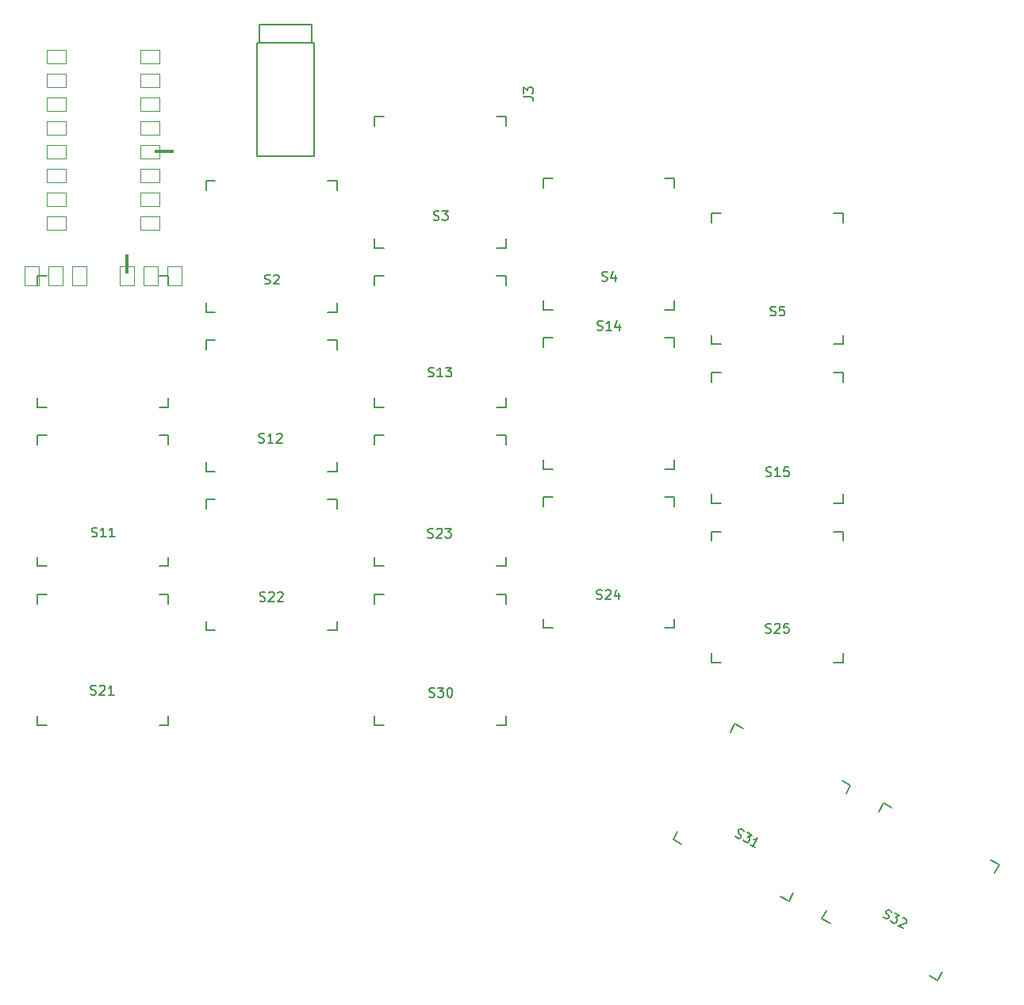
<source format=gbr>
%TF.GenerationSoftware,KiCad,Pcbnew,7.0.6*%
%TF.CreationDate,2023-11-22T12:36:20+08:00*%
%TF.ProjectId,tenten,74656e74-656e-42e6-9b69-6361645f7063,rev?*%
%TF.SameCoordinates,Original*%
%TF.FileFunction,Legend,Top*%
%TF.FilePolarity,Positive*%
%FSLAX46Y46*%
G04 Gerber Fmt 4.6, Leading zero omitted, Abs format (unit mm)*
G04 Created by KiCad (PCBNEW 7.0.6) date 2023-11-22 12:36:20*
%MOMM*%
%LPD*%
G01*
G04 APERTURE LIST*
%ADD10C,0.150000*%
%ADD11C,0.050000*%
%ADD12R,0.300000X2.000000*%
%ADD13R,2.000000X0.300000*%
G04 APERTURE END LIST*
D10*
X71151905Y-106630000D02*
X71294762Y-106677619D01*
X71294762Y-106677619D02*
X71532857Y-106677619D01*
X71532857Y-106677619D02*
X71628095Y-106630000D01*
X71628095Y-106630000D02*
X71675714Y-106582380D01*
X71675714Y-106582380D02*
X71723333Y-106487142D01*
X71723333Y-106487142D02*
X71723333Y-106391904D01*
X71723333Y-106391904D02*
X71675714Y-106296666D01*
X71675714Y-106296666D02*
X71628095Y-106249047D01*
X71628095Y-106249047D02*
X71532857Y-106201428D01*
X71532857Y-106201428D02*
X71342381Y-106153809D01*
X71342381Y-106153809D02*
X71247143Y-106106190D01*
X71247143Y-106106190D02*
X71199524Y-106058571D01*
X71199524Y-106058571D02*
X71151905Y-105963333D01*
X71151905Y-105963333D02*
X71151905Y-105868095D01*
X71151905Y-105868095D02*
X71199524Y-105772857D01*
X71199524Y-105772857D02*
X71247143Y-105725238D01*
X71247143Y-105725238D02*
X71342381Y-105677619D01*
X71342381Y-105677619D02*
X71580476Y-105677619D01*
X71580476Y-105677619D02*
X71723333Y-105725238D01*
X72104286Y-105772857D02*
X72151905Y-105725238D01*
X72151905Y-105725238D02*
X72247143Y-105677619D01*
X72247143Y-105677619D02*
X72485238Y-105677619D01*
X72485238Y-105677619D02*
X72580476Y-105725238D01*
X72580476Y-105725238D02*
X72628095Y-105772857D01*
X72628095Y-105772857D02*
X72675714Y-105868095D01*
X72675714Y-105868095D02*
X72675714Y-105963333D01*
X72675714Y-105963333D02*
X72628095Y-106106190D01*
X72628095Y-106106190D02*
X72056667Y-106677619D01*
X72056667Y-106677619D02*
X72675714Y-106677619D01*
X73628095Y-106677619D02*
X73056667Y-106677619D01*
X73342381Y-106677619D02*
X73342381Y-105677619D01*
X73342381Y-105677619D02*
X73247143Y-105820476D01*
X73247143Y-105820476D02*
X73151905Y-105915714D01*
X73151905Y-105915714D02*
X73056667Y-105963333D01*
X89738295Y-62764200D02*
X89881152Y-62811819D01*
X89881152Y-62811819D02*
X90119247Y-62811819D01*
X90119247Y-62811819D02*
X90214485Y-62764200D01*
X90214485Y-62764200D02*
X90262104Y-62716580D01*
X90262104Y-62716580D02*
X90309723Y-62621342D01*
X90309723Y-62621342D02*
X90309723Y-62526104D01*
X90309723Y-62526104D02*
X90262104Y-62430866D01*
X90262104Y-62430866D02*
X90214485Y-62383247D01*
X90214485Y-62383247D02*
X90119247Y-62335628D01*
X90119247Y-62335628D02*
X89928771Y-62288009D01*
X89928771Y-62288009D02*
X89833533Y-62240390D01*
X89833533Y-62240390D02*
X89785914Y-62192771D01*
X89785914Y-62192771D02*
X89738295Y-62097533D01*
X89738295Y-62097533D02*
X89738295Y-62002295D01*
X89738295Y-62002295D02*
X89785914Y-61907057D01*
X89785914Y-61907057D02*
X89833533Y-61859438D01*
X89833533Y-61859438D02*
X89928771Y-61811819D01*
X89928771Y-61811819D02*
X90166866Y-61811819D01*
X90166866Y-61811819D02*
X90309723Y-61859438D01*
X90690676Y-61907057D02*
X90738295Y-61859438D01*
X90738295Y-61859438D02*
X90833533Y-61811819D01*
X90833533Y-61811819D02*
X91071628Y-61811819D01*
X91071628Y-61811819D02*
X91166866Y-61859438D01*
X91166866Y-61859438D02*
X91214485Y-61907057D01*
X91214485Y-61907057D02*
X91262104Y-62002295D01*
X91262104Y-62002295D02*
X91262104Y-62097533D01*
X91262104Y-62097533D02*
X91214485Y-62240390D01*
X91214485Y-62240390D02*
X90643057Y-62811819D01*
X90643057Y-62811819D02*
X91262104Y-62811819D01*
X117384619Y-42802133D02*
X118098904Y-42802133D01*
X118098904Y-42802133D02*
X118241761Y-42849752D01*
X118241761Y-42849752D02*
X118337000Y-42944990D01*
X118337000Y-42944990D02*
X118384619Y-43087847D01*
X118384619Y-43087847D02*
X118384619Y-43183085D01*
X117384619Y-42421180D02*
X117384619Y-41802133D01*
X117384619Y-41802133D02*
X117765571Y-42135466D01*
X117765571Y-42135466D02*
X117765571Y-41992609D01*
X117765571Y-41992609D02*
X117813190Y-41897371D01*
X117813190Y-41897371D02*
X117860809Y-41849752D01*
X117860809Y-41849752D02*
X117956047Y-41802133D01*
X117956047Y-41802133D02*
X118194142Y-41802133D01*
X118194142Y-41802133D02*
X118289380Y-41849752D01*
X118289380Y-41849752D02*
X118337000Y-41897371D01*
X118337000Y-41897371D02*
X118384619Y-41992609D01*
X118384619Y-41992609D02*
X118384619Y-42278323D01*
X118384619Y-42278323D02*
X118337000Y-42373561D01*
X118337000Y-42373561D02*
X118289380Y-42421180D01*
X89211305Y-96647800D02*
X89354162Y-96695419D01*
X89354162Y-96695419D02*
X89592257Y-96695419D01*
X89592257Y-96695419D02*
X89687495Y-96647800D01*
X89687495Y-96647800D02*
X89735114Y-96600180D01*
X89735114Y-96600180D02*
X89782733Y-96504942D01*
X89782733Y-96504942D02*
X89782733Y-96409704D01*
X89782733Y-96409704D02*
X89735114Y-96314466D01*
X89735114Y-96314466D02*
X89687495Y-96266847D01*
X89687495Y-96266847D02*
X89592257Y-96219228D01*
X89592257Y-96219228D02*
X89401781Y-96171609D01*
X89401781Y-96171609D02*
X89306543Y-96123990D01*
X89306543Y-96123990D02*
X89258924Y-96076371D01*
X89258924Y-96076371D02*
X89211305Y-95981133D01*
X89211305Y-95981133D02*
X89211305Y-95885895D01*
X89211305Y-95885895D02*
X89258924Y-95790657D01*
X89258924Y-95790657D02*
X89306543Y-95743038D01*
X89306543Y-95743038D02*
X89401781Y-95695419D01*
X89401781Y-95695419D02*
X89639876Y-95695419D01*
X89639876Y-95695419D02*
X89782733Y-95743038D01*
X90163686Y-95790657D02*
X90211305Y-95743038D01*
X90211305Y-95743038D02*
X90306543Y-95695419D01*
X90306543Y-95695419D02*
X90544638Y-95695419D01*
X90544638Y-95695419D02*
X90639876Y-95743038D01*
X90639876Y-95743038D02*
X90687495Y-95790657D01*
X90687495Y-95790657D02*
X90735114Y-95885895D01*
X90735114Y-95885895D02*
X90735114Y-95981133D01*
X90735114Y-95981133D02*
X90687495Y-96123990D01*
X90687495Y-96123990D02*
X90116067Y-96695419D01*
X90116067Y-96695419D02*
X90735114Y-96695419D01*
X91116067Y-95790657D02*
X91163686Y-95743038D01*
X91163686Y-95743038D02*
X91258924Y-95695419D01*
X91258924Y-95695419D02*
X91497019Y-95695419D01*
X91497019Y-95695419D02*
X91592257Y-95743038D01*
X91592257Y-95743038D02*
X91639876Y-95790657D01*
X91639876Y-95790657D02*
X91687495Y-95885895D01*
X91687495Y-95885895D02*
X91687495Y-95981133D01*
X91687495Y-95981133D02*
X91639876Y-96123990D01*
X91639876Y-96123990D02*
X91068448Y-96695419D01*
X91068448Y-96695419D02*
X91687495Y-96695419D01*
X125219829Y-67697057D02*
X125362686Y-67744676D01*
X125362686Y-67744676D02*
X125600781Y-67744676D01*
X125600781Y-67744676D02*
X125696019Y-67697057D01*
X125696019Y-67697057D02*
X125743638Y-67649437D01*
X125743638Y-67649437D02*
X125791257Y-67554199D01*
X125791257Y-67554199D02*
X125791257Y-67458961D01*
X125791257Y-67458961D02*
X125743638Y-67363723D01*
X125743638Y-67363723D02*
X125696019Y-67316104D01*
X125696019Y-67316104D02*
X125600781Y-67268485D01*
X125600781Y-67268485D02*
X125410305Y-67220866D01*
X125410305Y-67220866D02*
X125315067Y-67173247D01*
X125315067Y-67173247D02*
X125267448Y-67125628D01*
X125267448Y-67125628D02*
X125219829Y-67030390D01*
X125219829Y-67030390D02*
X125219829Y-66935152D01*
X125219829Y-66935152D02*
X125267448Y-66839914D01*
X125267448Y-66839914D02*
X125315067Y-66792295D01*
X125315067Y-66792295D02*
X125410305Y-66744676D01*
X125410305Y-66744676D02*
X125648400Y-66744676D01*
X125648400Y-66744676D02*
X125791257Y-66792295D01*
X126743638Y-67744676D02*
X126172210Y-67744676D01*
X126457924Y-67744676D02*
X126457924Y-66744676D01*
X126457924Y-66744676D02*
X126362686Y-66887533D01*
X126362686Y-66887533D02*
X126267448Y-66982771D01*
X126267448Y-66982771D02*
X126172210Y-67030390D01*
X127600781Y-67078009D02*
X127600781Y-67744676D01*
X127362686Y-66697057D02*
X127124591Y-67411342D01*
X127124591Y-67411342D02*
X127743638Y-67411342D01*
X143211705Y-100026000D02*
X143354562Y-100073619D01*
X143354562Y-100073619D02*
X143592657Y-100073619D01*
X143592657Y-100073619D02*
X143687895Y-100026000D01*
X143687895Y-100026000D02*
X143735514Y-99978380D01*
X143735514Y-99978380D02*
X143783133Y-99883142D01*
X143783133Y-99883142D02*
X143783133Y-99787904D01*
X143783133Y-99787904D02*
X143735514Y-99692666D01*
X143735514Y-99692666D02*
X143687895Y-99645047D01*
X143687895Y-99645047D02*
X143592657Y-99597428D01*
X143592657Y-99597428D02*
X143402181Y-99549809D01*
X143402181Y-99549809D02*
X143306943Y-99502190D01*
X143306943Y-99502190D02*
X143259324Y-99454571D01*
X143259324Y-99454571D02*
X143211705Y-99359333D01*
X143211705Y-99359333D02*
X143211705Y-99264095D01*
X143211705Y-99264095D02*
X143259324Y-99168857D01*
X143259324Y-99168857D02*
X143306943Y-99121238D01*
X143306943Y-99121238D02*
X143402181Y-99073619D01*
X143402181Y-99073619D02*
X143640276Y-99073619D01*
X143640276Y-99073619D02*
X143783133Y-99121238D01*
X144164086Y-99168857D02*
X144211705Y-99121238D01*
X144211705Y-99121238D02*
X144306943Y-99073619D01*
X144306943Y-99073619D02*
X144545038Y-99073619D01*
X144545038Y-99073619D02*
X144640276Y-99121238D01*
X144640276Y-99121238D02*
X144687895Y-99168857D01*
X144687895Y-99168857D02*
X144735514Y-99264095D01*
X144735514Y-99264095D02*
X144735514Y-99359333D01*
X144735514Y-99359333D02*
X144687895Y-99502190D01*
X144687895Y-99502190D02*
X144116467Y-100073619D01*
X144116467Y-100073619D02*
X144735514Y-100073619D01*
X145640276Y-99073619D02*
X145164086Y-99073619D01*
X145164086Y-99073619D02*
X145116467Y-99549809D01*
X145116467Y-99549809D02*
X145164086Y-99502190D01*
X145164086Y-99502190D02*
X145259324Y-99454571D01*
X145259324Y-99454571D02*
X145497419Y-99454571D01*
X145497419Y-99454571D02*
X145592657Y-99502190D01*
X145592657Y-99502190D02*
X145640276Y-99549809D01*
X145640276Y-99549809D02*
X145687895Y-99645047D01*
X145687895Y-99645047D02*
X145687895Y-99883142D01*
X145687895Y-99883142D02*
X145640276Y-99978380D01*
X145640276Y-99978380D02*
X145592657Y-100026000D01*
X145592657Y-100026000D02*
X145497419Y-100073619D01*
X145497419Y-100073619D02*
X145259324Y-100073619D01*
X145259324Y-100073619D02*
X145164086Y-100026000D01*
X145164086Y-100026000D02*
X145116467Y-99978380D01*
X107143705Y-89866000D02*
X107286562Y-89913619D01*
X107286562Y-89913619D02*
X107524657Y-89913619D01*
X107524657Y-89913619D02*
X107619895Y-89866000D01*
X107619895Y-89866000D02*
X107667514Y-89818380D01*
X107667514Y-89818380D02*
X107715133Y-89723142D01*
X107715133Y-89723142D02*
X107715133Y-89627904D01*
X107715133Y-89627904D02*
X107667514Y-89532666D01*
X107667514Y-89532666D02*
X107619895Y-89485047D01*
X107619895Y-89485047D02*
X107524657Y-89437428D01*
X107524657Y-89437428D02*
X107334181Y-89389809D01*
X107334181Y-89389809D02*
X107238943Y-89342190D01*
X107238943Y-89342190D02*
X107191324Y-89294571D01*
X107191324Y-89294571D02*
X107143705Y-89199333D01*
X107143705Y-89199333D02*
X107143705Y-89104095D01*
X107143705Y-89104095D02*
X107191324Y-89008857D01*
X107191324Y-89008857D02*
X107238943Y-88961238D01*
X107238943Y-88961238D02*
X107334181Y-88913619D01*
X107334181Y-88913619D02*
X107572276Y-88913619D01*
X107572276Y-88913619D02*
X107715133Y-88961238D01*
X108096086Y-89008857D02*
X108143705Y-88961238D01*
X108143705Y-88961238D02*
X108238943Y-88913619D01*
X108238943Y-88913619D02*
X108477038Y-88913619D01*
X108477038Y-88913619D02*
X108572276Y-88961238D01*
X108572276Y-88961238D02*
X108619895Y-89008857D01*
X108619895Y-89008857D02*
X108667514Y-89104095D01*
X108667514Y-89104095D02*
X108667514Y-89199333D01*
X108667514Y-89199333D02*
X108619895Y-89342190D01*
X108619895Y-89342190D02*
X108048467Y-89913619D01*
X108048467Y-89913619D02*
X108667514Y-89913619D01*
X109000848Y-88913619D02*
X109619895Y-88913619D01*
X109619895Y-88913619D02*
X109286562Y-89294571D01*
X109286562Y-89294571D02*
X109429419Y-89294571D01*
X109429419Y-89294571D02*
X109524657Y-89342190D01*
X109524657Y-89342190D02*
X109572276Y-89389809D01*
X109572276Y-89389809D02*
X109619895Y-89485047D01*
X109619895Y-89485047D02*
X109619895Y-89723142D01*
X109619895Y-89723142D02*
X109572276Y-89818380D01*
X109572276Y-89818380D02*
X109524657Y-89866000D01*
X109524657Y-89866000D02*
X109429419Y-89913619D01*
X109429419Y-89913619D02*
X109143705Y-89913619D01*
X109143705Y-89913619D02*
X109048467Y-89866000D01*
X109048467Y-89866000D02*
X109000848Y-89818380D01*
X107194505Y-72670200D02*
X107337362Y-72717819D01*
X107337362Y-72717819D02*
X107575457Y-72717819D01*
X107575457Y-72717819D02*
X107670695Y-72670200D01*
X107670695Y-72670200D02*
X107718314Y-72622580D01*
X107718314Y-72622580D02*
X107765933Y-72527342D01*
X107765933Y-72527342D02*
X107765933Y-72432104D01*
X107765933Y-72432104D02*
X107718314Y-72336866D01*
X107718314Y-72336866D02*
X107670695Y-72289247D01*
X107670695Y-72289247D02*
X107575457Y-72241628D01*
X107575457Y-72241628D02*
X107384981Y-72194009D01*
X107384981Y-72194009D02*
X107289743Y-72146390D01*
X107289743Y-72146390D02*
X107242124Y-72098771D01*
X107242124Y-72098771D02*
X107194505Y-72003533D01*
X107194505Y-72003533D02*
X107194505Y-71908295D01*
X107194505Y-71908295D02*
X107242124Y-71813057D01*
X107242124Y-71813057D02*
X107289743Y-71765438D01*
X107289743Y-71765438D02*
X107384981Y-71717819D01*
X107384981Y-71717819D02*
X107623076Y-71717819D01*
X107623076Y-71717819D02*
X107765933Y-71765438D01*
X108718314Y-72717819D02*
X108146886Y-72717819D01*
X108432600Y-72717819D02*
X108432600Y-71717819D01*
X108432600Y-71717819D02*
X108337362Y-71860676D01*
X108337362Y-71860676D02*
X108242124Y-71955914D01*
X108242124Y-71955914D02*
X108146886Y-72003533D01*
X109051648Y-71717819D02*
X109670695Y-71717819D01*
X109670695Y-71717819D02*
X109337362Y-72098771D01*
X109337362Y-72098771D02*
X109480219Y-72098771D01*
X109480219Y-72098771D02*
X109575457Y-72146390D01*
X109575457Y-72146390D02*
X109623076Y-72194009D01*
X109623076Y-72194009D02*
X109670695Y-72289247D01*
X109670695Y-72289247D02*
X109670695Y-72527342D01*
X109670695Y-72527342D02*
X109623076Y-72622580D01*
X109623076Y-72622580D02*
X109575457Y-72670200D01*
X109575457Y-72670200D02*
X109480219Y-72717819D01*
X109480219Y-72717819D02*
X109194505Y-72717819D01*
X109194505Y-72717819D02*
X109099267Y-72670200D01*
X109099267Y-72670200D02*
X109051648Y-72622580D01*
X155729846Y-130402591D02*
X155833625Y-130511704D01*
X155833625Y-130511704D02*
X156043851Y-130623483D01*
X156043851Y-130623483D02*
X156150297Y-130626149D01*
X156150297Y-130626149D02*
X156214698Y-130606460D01*
X156214698Y-130606460D02*
X156301455Y-130544726D01*
X156301455Y-130544726D02*
X156346166Y-130460635D01*
X156346166Y-130460635D02*
X156348833Y-130354189D01*
X156348833Y-130354189D02*
X156329143Y-130289788D01*
X156329143Y-130289788D02*
X156267409Y-130203032D01*
X156267409Y-130203032D02*
X156121584Y-130071563D01*
X156121584Y-130071563D02*
X156059850Y-129984807D01*
X156059850Y-129984807D02*
X156040160Y-129920406D01*
X156040160Y-129920406D02*
X156042827Y-129813960D01*
X156042827Y-129813960D02*
X156087538Y-129729869D01*
X156087538Y-129729869D02*
X156174295Y-129668135D01*
X156174295Y-129668135D02*
X156238696Y-129648446D01*
X156238696Y-129648446D02*
X156345142Y-129651112D01*
X156345142Y-129651112D02*
X156555368Y-129762891D01*
X156555368Y-129762891D02*
X156659147Y-129872004D01*
X156975819Y-129986449D02*
X157522406Y-130277074D01*
X157522406Y-130277074D02*
X157049243Y-130456945D01*
X157049243Y-130456945D02*
X157175379Y-130524012D01*
X157175379Y-130524012D02*
X157237113Y-130610769D01*
X157237113Y-130610769D02*
X157256803Y-130675170D01*
X157256803Y-130675170D02*
X157254136Y-130781616D01*
X157254136Y-130781616D02*
X157142357Y-130991841D01*
X157142357Y-130991841D02*
X157055601Y-131053576D01*
X157055601Y-131053576D02*
X156991200Y-131073265D01*
X156991200Y-131073265D02*
X156884754Y-131070599D01*
X156884754Y-131070599D02*
X156632483Y-130936464D01*
X156632483Y-130936464D02*
X156570748Y-130849707D01*
X156570748Y-130849707D02*
X156551059Y-130785306D01*
X157814055Y-130540011D02*
X157878456Y-130520321D01*
X157878456Y-130520321D02*
X157984902Y-130522988D01*
X157984902Y-130522988D02*
X158195128Y-130634767D01*
X158195128Y-130634767D02*
X158256862Y-130721524D01*
X158256862Y-130721524D02*
X158276551Y-130785925D01*
X158276551Y-130785925D02*
X158273885Y-130892371D01*
X158273885Y-130892371D02*
X158229173Y-130976461D01*
X158229173Y-130976461D02*
X158120061Y-131080240D01*
X158120061Y-131080240D02*
X157347250Y-131316512D01*
X157347250Y-131316512D02*
X157893837Y-131607138D01*
X143237105Y-83312800D02*
X143379962Y-83360419D01*
X143379962Y-83360419D02*
X143618057Y-83360419D01*
X143618057Y-83360419D02*
X143713295Y-83312800D01*
X143713295Y-83312800D02*
X143760914Y-83265180D01*
X143760914Y-83265180D02*
X143808533Y-83169942D01*
X143808533Y-83169942D02*
X143808533Y-83074704D01*
X143808533Y-83074704D02*
X143760914Y-82979466D01*
X143760914Y-82979466D02*
X143713295Y-82931847D01*
X143713295Y-82931847D02*
X143618057Y-82884228D01*
X143618057Y-82884228D02*
X143427581Y-82836609D01*
X143427581Y-82836609D02*
X143332343Y-82788990D01*
X143332343Y-82788990D02*
X143284724Y-82741371D01*
X143284724Y-82741371D02*
X143237105Y-82646133D01*
X143237105Y-82646133D02*
X143237105Y-82550895D01*
X143237105Y-82550895D02*
X143284724Y-82455657D01*
X143284724Y-82455657D02*
X143332343Y-82408038D01*
X143332343Y-82408038D02*
X143427581Y-82360419D01*
X143427581Y-82360419D02*
X143665676Y-82360419D01*
X143665676Y-82360419D02*
X143808533Y-82408038D01*
X144760914Y-83360419D02*
X144189486Y-83360419D01*
X144475200Y-83360419D02*
X144475200Y-82360419D01*
X144475200Y-82360419D02*
X144379962Y-82503276D01*
X144379962Y-82503276D02*
X144284724Y-82598514D01*
X144284724Y-82598514D02*
X144189486Y-82646133D01*
X145665676Y-82360419D02*
X145189486Y-82360419D01*
X145189486Y-82360419D02*
X145141867Y-82836609D01*
X145141867Y-82836609D02*
X145189486Y-82788990D01*
X145189486Y-82788990D02*
X145284724Y-82741371D01*
X145284724Y-82741371D02*
X145522819Y-82741371D01*
X145522819Y-82741371D02*
X145618057Y-82788990D01*
X145618057Y-82788990D02*
X145665676Y-82836609D01*
X145665676Y-82836609D02*
X145713295Y-82931847D01*
X145713295Y-82931847D02*
X145713295Y-83169942D01*
X145713295Y-83169942D02*
X145665676Y-83265180D01*
X145665676Y-83265180D02*
X145618057Y-83312800D01*
X145618057Y-83312800D02*
X145522819Y-83360419D01*
X145522819Y-83360419D02*
X145284724Y-83360419D01*
X145284724Y-83360419D02*
X145189486Y-83312800D01*
X145189486Y-83312800D02*
X145141867Y-83265180D01*
X143713295Y-66142400D02*
X143856152Y-66190019D01*
X143856152Y-66190019D02*
X144094247Y-66190019D01*
X144094247Y-66190019D02*
X144189485Y-66142400D01*
X144189485Y-66142400D02*
X144237104Y-66094780D01*
X144237104Y-66094780D02*
X144284723Y-65999542D01*
X144284723Y-65999542D02*
X144284723Y-65904304D01*
X144284723Y-65904304D02*
X144237104Y-65809066D01*
X144237104Y-65809066D02*
X144189485Y-65761447D01*
X144189485Y-65761447D02*
X144094247Y-65713828D01*
X144094247Y-65713828D02*
X143903771Y-65666209D01*
X143903771Y-65666209D02*
X143808533Y-65618590D01*
X143808533Y-65618590D02*
X143760914Y-65570971D01*
X143760914Y-65570971D02*
X143713295Y-65475733D01*
X143713295Y-65475733D02*
X143713295Y-65380495D01*
X143713295Y-65380495D02*
X143760914Y-65285257D01*
X143760914Y-65285257D02*
X143808533Y-65237638D01*
X143808533Y-65237638D02*
X143903771Y-65190019D01*
X143903771Y-65190019D02*
X144141866Y-65190019D01*
X144141866Y-65190019D02*
X144284723Y-65237638D01*
X145189485Y-65190019D02*
X144713295Y-65190019D01*
X144713295Y-65190019D02*
X144665676Y-65666209D01*
X144665676Y-65666209D02*
X144713295Y-65618590D01*
X144713295Y-65618590D02*
X144808533Y-65570971D01*
X144808533Y-65570971D02*
X145046628Y-65570971D01*
X145046628Y-65570971D02*
X145141866Y-65618590D01*
X145141866Y-65618590D02*
X145189485Y-65666209D01*
X145189485Y-65666209D02*
X145237104Y-65761447D01*
X145237104Y-65761447D02*
X145237104Y-65999542D01*
X145237104Y-65999542D02*
X145189485Y-66094780D01*
X145189485Y-66094780D02*
X145141866Y-66142400D01*
X145141866Y-66142400D02*
X145046628Y-66190019D01*
X145046628Y-66190019D02*
X144808533Y-66190019D01*
X144808533Y-66190019D02*
X144713295Y-66142400D01*
X144713295Y-66142400D02*
X144665676Y-66094780D01*
X125730095Y-62434000D02*
X125872952Y-62481619D01*
X125872952Y-62481619D02*
X126111047Y-62481619D01*
X126111047Y-62481619D02*
X126206285Y-62434000D01*
X126206285Y-62434000D02*
X126253904Y-62386380D01*
X126253904Y-62386380D02*
X126301523Y-62291142D01*
X126301523Y-62291142D02*
X126301523Y-62195904D01*
X126301523Y-62195904D02*
X126253904Y-62100666D01*
X126253904Y-62100666D02*
X126206285Y-62053047D01*
X126206285Y-62053047D02*
X126111047Y-62005428D01*
X126111047Y-62005428D02*
X125920571Y-61957809D01*
X125920571Y-61957809D02*
X125825333Y-61910190D01*
X125825333Y-61910190D02*
X125777714Y-61862571D01*
X125777714Y-61862571D02*
X125730095Y-61767333D01*
X125730095Y-61767333D02*
X125730095Y-61672095D01*
X125730095Y-61672095D02*
X125777714Y-61576857D01*
X125777714Y-61576857D02*
X125825333Y-61529238D01*
X125825333Y-61529238D02*
X125920571Y-61481619D01*
X125920571Y-61481619D02*
X126158666Y-61481619D01*
X126158666Y-61481619D02*
X126301523Y-61529238D01*
X127158666Y-61814952D02*
X127158666Y-62481619D01*
X126920571Y-61434000D02*
X126682476Y-62148285D01*
X126682476Y-62148285D02*
X127301523Y-62148285D01*
X125152305Y-96419200D02*
X125295162Y-96466819D01*
X125295162Y-96466819D02*
X125533257Y-96466819D01*
X125533257Y-96466819D02*
X125628495Y-96419200D01*
X125628495Y-96419200D02*
X125676114Y-96371580D01*
X125676114Y-96371580D02*
X125723733Y-96276342D01*
X125723733Y-96276342D02*
X125723733Y-96181104D01*
X125723733Y-96181104D02*
X125676114Y-96085866D01*
X125676114Y-96085866D02*
X125628495Y-96038247D01*
X125628495Y-96038247D02*
X125533257Y-95990628D01*
X125533257Y-95990628D02*
X125342781Y-95943009D01*
X125342781Y-95943009D02*
X125247543Y-95895390D01*
X125247543Y-95895390D02*
X125199924Y-95847771D01*
X125199924Y-95847771D02*
X125152305Y-95752533D01*
X125152305Y-95752533D02*
X125152305Y-95657295D01*
X125152305Y-95657295D02*
X125199924Y-95562057D01*
X125199924Y-95562057D02*
X125247543Y-95514438D01*
X125247543Y-95514438D02*
X125342781Y-95466819D01*
X125342781Y-95466819D02*
X125580876Y-95466819D01*
X125580876Y-95466819D02*
X125723733Y-95514438D01*
X126104686Y-95562057D02*
X126152305Y-95514438D01*
X126152305Y-95514438D02*
X126247543Y-95466819D01*
X126247543Y-95466819D02*
X126485638Y-95466819D01*
X126485638Y-95466819D02*
X126580876Y-95514438D01*
X126580876Y-95514438D02*
X126628495Y-95562057D01*
X126628495Y-95562057D02*
X126676114Y-95657295D01*
X126676114Y-95657295D02*
X126676114Y-95752533D01*
X126676114Y-95752533D02*
X126628495Y-95895390D01*
X126628495Y-95895390D02*
X126057067Y-96466819D01*
X126057067Y-96466819D02*
X126676114Y-96466819D01*
X127533257Y-95800152D02*
X127533257Y-96466819D01*
X127295162Y-95419200D02*
X127057067Y-96133485D01*
X127057067Y-96133485D02*
X127676114Y-96133485D01*
X107296105Y-106884000D02*
X107438962Y-106931619D01*
X107438962Y-106931619D02*
X107677057Y-106931619D01*
X107677057Y-106931619D02*
X107772295Y-106884000D01*
X107772295Y-106884000D02*
X107819914Y-106836380D01*
X107819914Y-106836380D02*
X107867533Y-106741142D01*
X107867533Y-106741142D02*
X107867533Y-106645904D01*
X107867533Y-106645904D02*
X107819914Y-106550666D01*
X107819914Y-106550666D02*
X107772295Y-106503047D01*
X107772295Y-106503047D02*
X107677057Y-106455428D01*
X107677057Y-106455428D02*
X107486581Y-106407809D01*
X107486581Y-106407809D02*
X107391343Y-106360190D01*
X107391343Y-106360190D02*
X107343724Y-106312571D01*
X107343724Y-106312571D02*
X107296105Y-106217333D01*
X107296105Y-106217333D02*
X107296105Y-106122095D01*
X107296105Y-106122095D02*
X107343724Y-106026857D01*
X107343724Y-106026857D02*
X107391343Y-105979238D01*
X107391343Y-105979238D02*
X107486581Y-105931619D01*
X107486581Y-105931619D02*
X107724676Y-105931619D01*
X107724676Y-105931619D02*
X107867533Y-105979238D01*
X108200867Y-105931619D02*
X108819914Y-105931619D01*
X108819914Y-105931619D02*
X108486581Y-106312571D01*
X108486581Y-106312571D02*
X108629438Y-106312571D01*
X108629438Y-106312571D02*
X108724676Y-106360190D01*
X108724676Y-106360190D02*
X108772295Y-106407809D01*
X108772295Y-106407809D02*
X108819914Y-106503047D01*
X108819914Y-106503047D02*
X108819914Y-106741142D01*
X108819914Y-106741142D02*
X108772295Y-106836380D01*
X108772295Y-106836380D02*
X108724676Y-106884000D01*
X108724676Y-106884000D02*
X108629438Y-106931619D01*
X108629438Y-106931619D02*
X108343724Y-106931619D01*
X108343724Y-106931619D02*
X108248486Y-106884000D01*
X108248486Y-106884000D02*
X108200867Y-106836380D01*
X109438962Y-105931619D02*
X109534200Y-105931619D01*
X109534200Y-105931619D02*
X109629438Y-105979238D01*
X109629438Y-105979238D02*
X109677057Y-106026857D01*
X109677057Y-106026857D02*
X109724676Y-106122095D01*
X109724676Y-106122095D02*
X109772295Y-106312571D01*
X109772295Y-106312571D02*
X109772295Y-106550666D01*
X109772295Y-106550666D02*
X109724676Y-106741142D01*
X109724676Y-106741142D02*
X109677057Y-106836380D01*
X109677057Y-106836380D02*
X109629438Y-106884000D01*
X109629438Y-106884000D02*
X109534200Y-106931619D01*
X109534200Y-106931619D02*
X109438962Y-106931619D01*
X109438962Y-106931619D02*
X109343724Y-106884000D01*
X109343724Y-106884000D02*
X109296105Y-106836380D01*
X109296105Y-106836380D02*
X109248486Y-106741142D01*
X109248486Y-106741142D02*
X109200867Y-106550666D01*
X109200867Y-106550666D02*
X109200867Y-106312571D01*
X109200867Y-106312571D02*
X109248486Y-106122095D01*
X109248486Y-106122095D02*
X109296105Y-106026857D01*
X109296105Y-106026857D02*
X109343724Y-105979238D01*
X109343724Y-105979238D02*
X109438962Y-105931619D01*
X89109705Y-79706000D02*
X89252562Y-79753619D01*
X89252562Y-79753619D02*
X89490657Y-79753619D01*
X89490657Y-79753619D02*
X89585895Y-79706000D01*
X89585895Y-79706000D02*
X89633514Y-79658380D01*
X89633514Y-79658380D02*
X89681133Y-79563142D01*
X89681133Y-79563142D02*
X89681133Y-79467904D01*
X89681133Y-79467904D02*
X89633514Y-79372666D01*
X89633514Y-79372666D02*
X89585895Y-79325047D01*
X89585895Y-79325047D02*
X89490657Y-79277428D01*
X89490657Y-79277428D02*
X89300181Y-79229809D01*
X89300181Y-79229809D02*
X89204943Y-79182190D01*
X89204943Y-79182190D02*
X89157324Y-79134571D01*
X89157324Y-79134571D02*
X89109705Y-79039333D01*
X89109705Y-79039333D02*
X89109705Y-78944095D01*
X89109705Y-78944095D02*
X89157324Y-78848857D01*
X89157324Y-78848857D02*
X89204943Y-78801238D01*
X89204943Y-78801238D02*
X89300181Y-78753619D01*
X89300181Y-78753619D02*
X89538276Y-78753619D01*
X89538276Y-78753619D02*
X89681133Y-78801238D01*
X90633514Y-79753619D02*
X90062086Y-79753619D01*
X90347800Y-79753619D02*
X90347800Y-78753619D01*
X90347800Y-78753619D02*
X90252562Y-78896476D01*
X90252562Y-78896476D02*
X90157324Y-78991714D01*
X90157324Y-78991714D02*
X90062086Y-79039333D01*
X91014467Y-78848857D02*
X91062086Y-78801238D01*
X91062086Y-78801238D02*
X91157324Y-78753619D01*
X91157324Y-78753619D02*
X91395419Y-78753619D01*
X91395419Y-78753619D02*
X91490657Y-78801238D01*
X91490657Y-78801238D02*
X91538276Y-78848857D01*
X91538276Y-78848857D02*
X91585895Y-78944095D01*
X91585895Y-78944095D02*
X91585895Y-79039333D01*
X91585895Y-79039333D02*
X91538276Y-79182190D01*
X91538276Y-79182190D02*
X90966848Y-79753619D01*
X90966848Y-79753619D02*
X91585895Y-79753619D01*
X139946055Y-121786691D02*
X140049834Y-121895804D01*
X140049834Y-121895804D02*
X140260060Y-122007583D01*
X140260060Y-122007583D02*
X140366506Y-122010249D01*
X140366506Y-122010249D02*
X140430907Y-121990560D01*
X140430907Y-121990560D02*
X140517664Y-121928826D01*
X140517664Y-121928826D02*
X140562375Y-121844735D01*
X140562375Y-121844735D02*
X140565042Y-121738289D01*
X140565042Y-121738289D02*
X140545352Y-121673888D01*
X140545352Y-121673888D02*
X140483618Y-121587132D01*
X140483618Y-121587132D02*
X140337793Y-121455663D01*
X140337793Y-121455663D02*
X140276059Y-121368907D01*
X140276059Y-121368907D02*
X140256369Y-121304506D01*
X140256369Y-121304506D02*
X140259036Y-121198060D01*
X140259036Y-121198060D02*
X140303747Y-121113969D01*
X140303747Y-121113969D02*
X140390504Y-121052235D01*
X140390504Y-121052235D02*
X140454905Y-121032546D01*
X140454905Y-121032546D02*
X140561351Y-121035212D01*
X140561351Y-121035212D02*
X140771577Y-121146991D01*
X140771577Y-121146991D02*
X140875356Y-121256104D01*
X141192028Y-121370549D02*
X141738615Y-121661174D01*
X141738615Y-121661174D02*
X141265452Y-121841045D01*
X141265452Y-121841045D02*
X141391588Y-121908112D01*
X141391588Y-121908112D02*
X141453322Y-121994869D01*
X141453322Y-121994869D02*
X141473012Y-122059270D01*
X141473012Y-122059270D02*
X141470345Y-122165716D01*
X141470345Y-122165716D02*
X141358566Y-122375941D01*
X141358566Y-122375941D02*
X141271810Y-122437676D01*
X141271810Y-122437676D02*
X141207409Y-122457365D01*
X141207409Y-122457365D02*
X141100963Y-122454699D01*
X141100963Y-122454699D02*
X140848692Y-122320564D01*
X140848692Y-122320564D02*
X140786957Y-122233807D01*
X140786957Y-122233807D02*
X140767268Y-122169406D01*
X142110046Y-122991238D02*
X141605504Y-122722968D01*
X141857775Y-122857103D02*
X142327246Y-121974155D01*
X142327246Y-121974155D02*
X142176089Y-122055579D01*
X142176089Y-122055579D02*
X142047287Y-122094958D01*
X142047287Y-122094958D02*
X141940841Y-122092291D01*
X107746895Y-55931600D02*
X107889752Y-55979219D01*
X107889752Y-55979219D02*
X108127847Y-55979219D01*
X108127847Y-55979219D02*
X108223085Y-55931600D01*
X108223085Y-55931600D02*
X108270704Y-55883980D01*
X108270704Y-55883980D02*
X108318323Y-55788742D01*
X108318323Y-55788742D02*
X108318323Y-55693504D01*
X108318323Y-55693504D02*
X108270704Y-55598266D01*
X108270704Y-55598266D02*
X108223085Y-55550647D01*
X108223085Y-55550647D02*
X108127847Y-55503028D01*
X108127847Y-55503028D02*
X107937371Y-55455409D01*
X107937371Y-55455409D02*
X107842133Y-55407790D01*
X107842133Y-55407790D02*
X107794514Y-55360171D01*
X107794514Y-55360171D02*
X107746895Y-55264933D01*
X107746895Y-55264933D02*
X107746895Y-55169695D01*
X107746895Y-55169695D02*
X107794514Y-55074457D01*
X107794514Y-55074457D02*
X107842133Y-55026838D01*
X107842133Y-55026838D02*
X107937371Y-54979219D01*
X107937371Y-54979219D02*
X108175466Y-54979219D01*
X108175466Y-54979219D02*
X108318323Y-55026838D01*
X108651657Y-54979219D02*
X109270704Y-54979219D01*
X109270704Y-54979219D02*
X108937371Y-55360171D01*
X108937371Y-55360171D02*
X109080228Y-55360171D01*
X109080228Y-55360171D02*
X109175466Y-55407790D01*
X109175466Y-55407790D02*
X109223085Y-55455409D01*
X109223085Y-55455409D02*
X109270704Y-55550647D01*
X109270704Y-55550647D02*
X109270704Y-55788742D01*
X109270704Y-55788742D02*
X109223085Y-55883980D01*
X109223085Y-55883980D02*
X109175466Y-55931600D01*
X109175466Y-55931600D02*
X109080228Y-55979219D01*
X109080228Y-55979219D02*
X108794514Y-55979219D01*
X108794514Y-55979219D02*
X108699276Y-55931600D01*
X108699276Y-55931600D02*
X108651657Y-55883980D01*
X71253505Y-89764400D02*
X71396362Y-89812019D01*
X71396362Y-89812019D02*
X71634457Y-89812019D01*
X71634457Y-89812019D02*
X71729695Y-89764400D01*
X71729695Y-89764400D02*
X71777314Y-89716780D01*
X71777314Y-89716780D02*
X71824933Y-89621542D01*
X71824933Y-89621542D02*
X71824933Y-89526304D01*
X71824933Y-89526304D02*
X71777314Y-89431066D01*
X71777314Y-89431066D02*
X71729695Y-89383447D01*
X71729695Y-89383447D02*
X71634457Y-89335828D01*
X71634457Y-89335828D02*
X71443981Y-89288209D01*
X71443981Y-89288209D02*
X71348743Y-89240590D01*
X71348743Y-89240590D02*
X71301124Y-89192971D01*
X71301124Y-89192971D02*
X71253505Y-89097733D01*
X71253505Y-89097733D02*
X71253505Y-89002495D01*
X71253505Y-89002495D02*
X71301124Y-88907257D01*
X71301124Y-88907257D02*
X71348743Y-88859638D01*
X71348743Y-88859638D02*
X71443981Y-88812019D01*
X71443981Y-88812019D02*
X71682076Y-88812019D01*
X71682076Y-88812019D02*
X71824933Y-88859638D01*
X72777314Y-89812019D02*
X72205886Y-89812019D01*
X72491600Y-89812019D02*
X72491600Y-88812019D01*
X72491600Y-88812019D02*
X72396362Y-88954876D01*
X72396362Y-88954876D02*
X72301124Y-89050114D01*
X72301124Y-89050114D02*
X72205886Y-89097733D01*
X73729695Y-89812019D02*
X73158267Y-89812019D01*
X73443981Y-89812019D02*
X73443981Y-88812019D01*
X73443981Y-88812019D02*
X73348743Y-88954876D01*
X73348743Y-88954876D02*
X73253505Y-89050114D01*
X73253505Y-89050114D02*
X73158267Y-89097733D01*
%TO.C,S21*%
X65457924Y-95944857D02*
X66457924Y-95944857D01*
X65457924Y-96944857D02*
X65457924Y-95944857D01*
X65457924Y-109944857D02*
X65457924Y-108944857D01*
X66457924Y-109944857D02*
X65457924Y-109944857D01*
X78457924Y-95944857D02*
X79457924Y-95944857D01*
X79457924Y-95944857D02*
X79457924Y-96944857D01*
X79457924Y-108944857D02*
X79457924Y-109944857D01*
X79457924Y-109944857D02*
X78457924Y-109944857D01*
%TO.C,S1*%
X65457924Y-61944857D02*
X66457924Y-61944857D01*
X65457924Y-62944857D02*
X65457924Y-61944857D01*
X65457924Y-75944857D02*
X65457924Y-74944857D01*
X66457924Y-75944857D02*
X65457924Y-75944857D01*
X78457924Y-61944857D02*
X79457924Y-61944857D01*
X79457924Y-61944857D02*
X79457924Y-62944857D01*
X79457924Y-74944857D02*
X79457924Y-75944857D01*
X79457924Y-75944857D02*
X78457924Y-75944857D01*
%TO.C,S2*%
X83457924Y-51802857D02*
X84457924Y-51802857D01*
X83457924Y-52802857D02*
X83457924Y-51802857D01*
X83457924Y-65802857D02*
X83457924Y-64802857D01*
X84457924Y-65802857D02*
X83457924Y-65802857D01*
X96457924Y-51802857D02*
X97457924Y-51802857D01*
X97457924Y-51802857D02*
X97457924Y-52802857D01*
X97457924Y-64802857D02*
X97457924Y-65802857D01*
X97457924Y-65802857D02*
X96457924Y-65802857D01*
%TO.C,S22*%
X83457924Y-85802857D02*
X84457924Y-85802857D01*
X83457924Y-86802857D02*
X83457924Y-85802857D01*
X83457924Y-99802857D02*
X83457924Y-98802857D01*
X84457924Y-99802857D02*
X83457924Y-99802857D01*
X96457924Y-85802857D02*
X97457924Y-85802857D01*
X97457924Y-85802857D02*
X97457924Y-86802857D01*
X97457924Y-98802857D02*
X97457924Y-99802857D01*
X97457924Y-99802857D02*
X96457924Y-99802857D01*
%TO.C,S14*%
X119457924Y-68544857D02*
X120457924Y-68544857D01*
X119457924Y-69544857D02*
X119457924Y-68544857D01*
X119457924Y-82544857D02*
X119457924Y-81544857D01*
X120457924Y-82544857D02*
X119457924Y-82544857D01*
X132457924Y-68544857D02*
X133457924Y-68544857D01*
X133457924Y-68544857D02*
X133457924Y-69544857D01*
X133457924Y-81544857D02*
X133457924Y-82544857D01*
X133457924Y-82544857D02*
X132457924Y-82544857D01*
%TO.C,S25*%
X137457924Y-89244857D02*
X138457924Y-89244857D01*
X137457924Y-90244857D02*
X137457924Y-89244857D01*
X137457924Y-103244857D02*
X137457924Y-102244857D01*
X138457924Y-103244857D02*
X137457924Y-103244857D01*
X150457924Y-89244857D02*
X151457924Y-89244857D01*
X151457924Y-89244857D02*
X151457924Y-90244857D01*
X151457924Y-102244857D02*
X151457924Y-103244857D01*
X151457924Y-103244857D02*
X150457924Y-103244857D01*
%TO.C,S23*%
X101457924Y-78944857D02*
X102457924Y-78944857D01*
X101457924Y-79944857D02*
X101457924Y-78944857D01*
X101457924Y-92944857D02*
X101457924Y-91944857D01*
X102457924Y-92944857D02*
X101457924Y-92944857D01*
X114457924Y-78944857D02*
X115457924Y-78944857D01*
X115457924Y-78944857D02*
X115457924Y-79944857D01*
X115457924Y-91944857D02*
X115457924Y-92944857D01*
X115457924Y-92944857D02*
X114457924Y-92944857D01*
%TO.C,S13*%
X101457924Y-61944857D02*
X102457924Y-61944857D01*
X101457924Y-62944857D02*
X101457924Y-61944857D01*
X101457924Y-75944857D02*
X101457924Y-74944857D01*
X102457924Y-75944857D02*
X101457924Y-75944857D01*
X114457924Y-61944857D02*
X115457924Y-61944857D01*
X115457924Y-61944857D02*
X115457924Y-62944857D01*
X115457924Y-74944857D02*
X115457924Y-75944857D01*
X115457924Y-75944857D02*
X114457924Y-75944857D01*
%TO.C,S32*%
X155775668Y-118253066D02*
X156658615Y-118722537D01*
X155306196Y-119136014D02*
X155775668Y-118253066D01*
X149203066Y-130614332D02*
X149672537Y-129731385D01*
X150086014Y-131083804D02*
X149203066Y-130614332D01*
X167253986Y-124356196D02*
X168136934Y-124825668D01*
X168136934Y-124825668D02*
X167667463Y-125708615D01*
X162033804Y-136303986D02*
X161564332Y-137186934D01*
X161564332Y-137186934D02*
X160681385Y-136717463D01*
%TO.C,S15*%
X137457924Y-72244857D02*
X138457924Y-72244857D01*
X137457924Y-73244857D02*
X137457924Y-72244857D01*
X137457924Y-86244857D02*
X137457924Y-85244857D01*
X138457924Y-86244857D02*
X137457924Y-86244857D01*
X150457924Y-72244857D02*
X151457924Y-72244857D01*
X151457924Y-72244857D02*
X151457924Y-73244857D01*
X151457924Y-85244857D02*
X151457924Y-86244857D01*
X151457924Y-86244857D02*
X150457924Y-86244857D01*
%TO.C,S5*%
X137457924Y-55244857D02*
X138457924Y-55244857D01*
X137457924Y-56244857D02*
X137457924Y-55244857D01*
X137457924Y-69244857D02*
X137457924Y-68244857D01*
X138457924Y-69244857D02*
X137457924Y-69244857D01*
X150457924Y-55244857D02*
X151457924Y-55244857D01*
X151457924Y-55244857D02*
X151457924Y-56244857D01*
X151457924Y-68244857D02*
X151457924Y-69244857D01*
X151457924Y-69244857D02*
X150457924Y-69244857D01*
D11*
%TO.C,U1*%
X65600000Y-60920000D02*
X64100000Y-60920000D01*
X64100000Y-60920000D02*
X64100000Y-62920000D01*
X64100000Y-62920000D02*
X65600000Y-62920000D01*
X65600000Y-62920000D02*
X65600000Y-60920000D01*
X66470000Y-37760000D02*
X68470000Y-37760000D01*
X68470000Y-37760000D02*
X68470000Y-39260000D01*
X68470000Y-39260000D02*
X66470000Y-39260000D01*
X66470000Y-39260000D02*
X66470000Y-37760000D01*
X66470000Y-40300000D02*
X68470000Y-40300000D01*
X68470000Y-40300000D02*
X68470000Y-41800000D01*
X68470000Y-41800000D02*
X66470000Y-41800000D01*
X66470000Y-41800000D02*
X66470000Y-40300000D01*
X66470000Y-42840000D02*
X68470000Y-42840000D01*
X68470000Y-42840000D02*
X68470000Y-44340000D01*
X68470000Y-44340000D02*
X66470000Y-44340000D01*
X66470000Y-44340000D02*
X66470000Y-42840000D01*
X66470000Y-45380000D02*
X68470000Y-45380000D01*
X68470000Y-45380000D02*
X68470000Y-46880000D01*
X68470000Y-46880000D02*
X66470000Y-46880000D01*
X66470000Y-46880000D02*
X66470000Y-45380000D01*
X66470000Y-47920000D02*
X68470000Y-47920000D01*
X68470000Y-47920000D02*
X68470000Y-49420000D01*
X68470000Y-49420000D02*
X66470000Y-49420000D01*
X66470000Y-49420000D02*
X66470000Y-47920000D01*
X66470000Y-50460000D02*
X68470000Y-50460000D01*
X68470000Y-50460000D02*
X68470000Y-51960000D01*
X68470000Y-51960000D02*
X66470000Y-51960000D01*
X66470000Y-51960000D02*
X66470000Y-50460000D01*
X66470000Y-53000000D02*
X68470000Y-53000000D01*
X68470000Y-53000000D02*
X68470000Y-54500000D01*
X68470000Y-54500000D02*
X66470000Y-54500000D01*
X66470000Y-54500000D02*
X66470000Y-53000000D01*
X66470000Y-55540000D02*
X68470000Y-55540000D01*
X68470000Y-55540000D02*
X68470000Y-57040000D01*
X68470000Y-57040000D02*
X66470000Y-57040000D01*
X66470000Y-57040000D02*
X66470000Y-55540000D01*
X68140000Y-60920000D02*
X66640000Y-60920000D01*
X66640000Y-60920000D02*
X66640000Y-62920000D01*
X66640000Y-62920000D02*
X68140000Y-62920000D01*
X68140000Y-62920000D02*
X68140000Y-60920000D01*
X70680000Y-60920000D02*
X69180000Y-60920000D01*
X69180000Y-60920000D02*
X69180000Y-62920000D01*
X69180000Y-62920000D02*
X70680000Y-62920000D01*
X70680000Y-62920000D02*
X70680000Y-60920000D01*
X75760000Y-60920000D02*
X74260000Y-60920000D01*
X74260000Y-60920000D02*
X74260000Y-62920000D01*
X74260000Y-62920000D02*
X75760000Y-62920000D01*
X75760000Y-62920000D02*
X75760000Y-60920000D01*
X78300000Y-60920000D02*
X76800000Y-60920000D01*
X76800000Y-60920000D02*
X76800000Y-62920000D01*
X76800000Y-62920000D02*
X78300000Y-62920000D01*
X78300000Y-62920000D02*
X78300000Y-60920000D01*
X78470000Y-39260000D02*
X76470000Y-39260000D01*
X76470000Y-39260000D02*
X76470000Y-37760000D01*
X76470000Y-37760000D02*
X78470000Y-37760000D01*
X78470000Y-37760000D02*
X78470000Y-39260000D01*
X78470000Y-41800000D02*
X76470000Y-41800000D01*
X76470000Y-41800000D02*
X76470000Y-40300000D01*
X76470000Y-40300000D02*
X78470000Y-40300000D01*
X78470000Y-40300000D02*
X78470000Y-41800000D01*
X78470000Y-44340000D02*
X76470000Y-44340000D01*
X76470000Y-44340000D02*
X76470000Y-42840000D01*
X76470000Y-42840000D02*
X78470000Y-42840000D01*
X78470000Y-42840000D02*
X78470000Y-44340000D01*
X78470000Y-46880000D02*
X76470000Y-46880000D01*
X76470000Y-46880000D02*
X76470000Y-45380000D01*
X76470000Y-45380000D02*
X78470000Y-45380000D01*
X78470000Y-45380000D02*
X78470000Y-46880000D01*
X78470000Y-49420000D02*
X76470000Y-49420000D01*
X76470000Y-49420000D02*
X76470000Y-47920000D01*
X76470000Y-47920000D02*
X78470000Y-47920000D01*
X78470000Y-47920000D02*
X78470000Y-49420000D01*
X78470000Y-51960000D02*
X76470000Y-51960000D01*
X76470000Y-51960000D02*
X76470000Y-50460000D01*
X76470000Y-50460000D02*
X78470000Y-50460000D01*
X78470000Y-50460000D02*
X78470000Y-51960000D01*
X78470000Y-54500000D02*
X76470000Y-54500000D01*
X76470000Y-54500000D02*
X76470000Y-53000000D01*
X76470000Y-53000000D02*
X78470000Y-53000000D01*
X78470000Y-53000000D02*
X78470000Y-54500000D01*
X78470000Y-57040000D02*
X76470000Y-57040000D01*
X76470000Y-57040000D02*
X76470000Y-55540000D01*
X76470000Y-55540000D02*
X78470000Y-55540000D01*
X78470000Y-55540000D02*
X78470000Y-57040000D01*
X80840000Y-60920000D02*
X79340000Y-60920000D01*
X79340000Y-60920000D02*
X79340000Y-62920000D01*
X79340000Y-62920000D02*
X80840000Y-62920000D01*
X80840000Y-62920000D02*
X80840000Y-60920000D01*
D10*
%TO.C,S4*%
X119457924Y-51544857D02*
X120457924Y-51544857D01*
X119457924Y-52544857D02*
X119457924Y-51544857D01*
X119457924Y-65544857D02*
X119457924Y-64544857D01*
X120457924Y-65544857D02*
X119457924Y-65544857D01*
X132457924Y-51544857D02*
X133457924Y-51544857D01*
X133457924Y-51544857D02*
X133457924Y-52544857D01*
X133457924Y-64544857D02*
X133457924Y-65544857D01*
X133457924Y-65544857D02*
X132457924Y-65544857D01*
%TO.C,S24*%
X119457924Y-85544857D02*
X120457924Y-85544857D01*
X119457924Y-86544857D02*
X119457924Y-85544857D01*
X119457924Y-99544857D02*
X119457924Y-98544857D01*
X120457924Y-99544857D02*
X119457924Y-99544857D01*
X132457924Y-85544857D02*
X133457924Y-85544857D01*
X133457924Y-85544857D02*
X133457924Y-86544857D01*
X133457924Y-98544857D02*
X133457924Y-99544857D01*
X133457924Y-99544857D02*
X132457924Y-99544857D01*
%TO.C,S30*%
X101457924Y-95944857D02*
X102457924Y-95944857D01*
X101457924Y-96944857D02*
X101457924Y-95944857D01*
X101457924Y-109944857D02*
X101457924Y-108944857D01*
X102457924Y-109944857D02*
X101457924Y-109944857D01*
X114457924Y-95944857D02*
X115457924Y-95944857D01*
X115457924Y-95944857D02*
X115457924Y-96944857D01*
X115457924Y-108944857D02*
X115457924Y-109944857D01*
X115457924Y-109944857D02*
X114457924Y-109944857D01*
%TO.C,S12*%
X83457924Y-68802857D02*
X84457924Y-68802857D01*
X83457924Y-69802857D02*
X83457924Y-68802857D01*
X83457924Y-82802857D02*
X83457924Y-81802857D01*
X84457924Y-82802857D02*
X83457924Y-82802857D01*
X96457924Y-68802857D02*
X97457924Y-68802857D01*
X97457924Y-68802857D02*
X97457924Y-69802857D01*
X97457924Y-81802857D02*
X97457924Y-82802857D01*
X97457924Y-82802857D02*
X96457924Y-82802857D01*
%TO.C,S31*%
X139899456Y-109780972D02*
X140782403Y-110250443D01*
X139429984Y-110663920D02*
X139899456Y-109780972D01*
X133326854Y-122142238D02*
X133796325Y-121259291D01*
X134209802Y-122611710D02*
X133326854Y-122142238D01*
X151377774Y-115884102D02*
X152260722Y-116353574D01*
X152260722Y-116353574D02*
X151791251Y-117236521D01*
X146157592Y-127831892D02*
X145688120Y-128714840D01*
X145688120Y-128714840D02*
X144805173Y-128245369D01*
%TO.C,S3*%
X101457924Y-44944857D02*
X102457924Y-44944857D01*
X101457924Y-45944857D02*
X101457924Y-44944857D01*
X101457924Y-58944857D02*
X101457924Y-57944857D01*
X102457924Y-58944857D02*
X101457924Y-58944857D01*
X114457924Y-44944857D02*
X115457924Y-44944857D01*
X115457924Y-44944857D02*
X115457924Y-45944857D01*
X115457924Y-57944857D02*
X115457924Y-58944857D01*
X115457924Y-58944857D02*
X114457924Y-58944857D01*
%TO.C,S11*%
X65457924Y-78944857D02*
X66457924Y-78944857D01*
X65457924Y-79944857D02*
X65457924Y-78944857D01*
X65457924Y-92944857D02*
X65457924Y-91944857D01*
X66457924Y-92944857D02*
X65457924Y-92944857D01*
X78457924Y-78944857D02*
X79457924Y-78944857D01*
X79457924Y-78944857D02*
X79457924Y-79944857D01*
X79457924Y-91944857D02*
X79457924Y-92944857D01*
X79457924Y-92944857D02*
X78457924Y-92944857D01*
%TO.C,J1*%
X88930000Y-37070000D02*
X88930000Y-49170000D01*
X89180000Y-37070000D02*
X89180000Y-35070000D01*
X94780000Y-35070000D02*
X89180000Y-35070000D01*
X94780000Y-37070000D02*
X94780000Y-35070000D01*
X95030000Y-37070000D02*
X88930000Y-37070000D01*
X95030000Y-37070000D02*
X95030000Y-49170000D01*
X95030000Y-49170000D02*
X88930000Y-49170000D01*
%TD*%
D12*
%TO.C,U1*%
X75010000Y-60670000D03*
D13*
X78970000Y-48670000D03*
%TD*%
M02*

</source>
